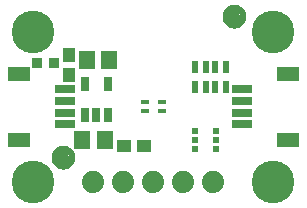
<source format=gbr>
G04 EAGLE Gerber RS-274X export*
G75*
%MOMM*%
%FSLAX34Y34*%
%LPD*%
%INSoldermask Top*%
%IPPOS*%
%AMOC8*
5,1,8,0,0,1.08239X$1,22.5*%
G01*
%ADD10R,1.341600X1.601600*%
%ADD11R,0.651600X1.301600*%
%ADD12R,1.176600X1.101600*%
%ADD13R,0.551600X1.001600*%
%ADD14R,0.601600X0.601600*%
%ADD15R,0.601600X0.501600*%
%ADD16C,3.617600*%
%ADD17R,1.651600X0.701600*%
%ADD18R,1.901600X1.301600*%
%ADD19C,1.101600*%
%ADD20C,0.469900*%
%ADD21R,0.901600X0.901600*%
%ADD22R,1.101600X1.176600*%
%ADD23R,0.651600X0.451600*%
%ADD24C,1.879600*%


D10*
X66700Y60960D03*
X85700Y60960D03*
D11*
X69240Y82249D03*
X78740Y82249D03*
X88240Y82249D03*
X88240Y108251D03*
X69240Y108251D03*
D10*
X70510Y128270D03*
X89510Y128270D03*
D12*
X101990Y55880D03*
X118990Y55880D03*
D13*
X188260Y105800D03*
X188260Y122800D03*
X179260Y105800D03*
X171260Y105800D03*
X162260Y105800D03*
X162260Y122800D03*
X179260Y122800D03*
X171260Y122800D03*
D14*
X179815Y53460D03*
D15*
X179815Y60960D03*
D14*
X179815Y68460D03*
X161815Y68460D03*
D15*
X161815Y60960D03*
D14*
X161815Y53460D03*
D16*
X25400Y152400D03*
X228600Y152400D03*
D17*
X202190Y83900D03*
X202190Y93900D03*
X202190Y73900D03*
X202190Y103900D03*
D18*
X241190Y60900D03*
X241190Y116900D03*
D17*
X51810Y93900D03*
X51810Y83900D03*
X51810Y103900D03*
X51810Y73900D03*
D18*
X12810Y116900D03*
X12810Y60900D03*
D19*
X50800Y45720D03*
D20*
X50800Y53220D02*
X50619Y53218D01*
X50438Y53211D01*
X50257Y53200D01*
X50076Y53185D01*
X49896Y53165D01*
X49716Y53141D01*
X49537Y53113D01*
X49359Y53080D01*
X49182Y53043D01*
X49005Y53002D01*
X48830Y52957D01*
X48655Y52907D01*
X48482Y52853D01*
X48311Y52795D01*
X48140Y52733D01*
X47972Y52666D01*
X47805Y52596D01*
X47639Y52522D01*
X47476Y52443D01*
X47315Y52361D01*
X47155Y52275D01*
X46998Y52185D01*
X46843Y52091D01*
X46690Y51994D01*
X46540Y51892D01*
X46392Y51788D01*
X46246Y51679D01*
X46104Y51568D01*
X45964Y51452D01*
X45827Y51334D01*
X45692Y51212D01*
X45561Y51087D01*
X45433Y50959D01*
X45308Y50828D01*
X45186Y50693D01*
X45068Y50556D01*
X44952Y50416D01*
X44841Y50274D01*
X44732Y50128D01*
X44628Y49980D01*
X44526Y49830D01*
X44429Y49677D01*
X44335Y49522D01*
X44245Y49365D01*
X44159Y49205D01*
X44077Y49044D01*
X43998Y48881D01*
X43924Y48715D01*
X43854Y48548D01*
X43787Y48380D01*
X43725Y48209D01*
X43667Y48038D01*
X43613Y47865D01*
X43563Y47690D01*
X43518Y47515D01*
X43477Y47338D01*
X43440Y47161D01*
X43407Y46983D01*
X43379Y46804D01*
X43355Y46624D01*
X43335Y46444D01*
X43320Y46263D01*
X43309Y46082D01*
X43302Y45901D01*
X43300Y45720D01*
X50800Y53220D02*
X50981Y53218D01*
X51162Y53211D01*
X51343Y53200D01*
X51524Y53185D01*
X51704Y53165D01*
X51884Y53141D01*
X52063Y53113D01*
X52241Y53080D01*
X52418Y53043D01*
X52595Y53002D01*
X52770Y52957D01*
X52945Y52907D01*
X53118Y52853D01*
X53289Y52795D01*
X53460Y52733D01*
X53628Y52666D01*
X53795Y52596D01*
X53961Y52522D01*
X54124Y52443D01*
X54285Y52361D01*
X54445Y52275D01*
X54602Y52185D01*
X54757Y52091D01*
X54910Y51994D01*
X55060Y51892D01*
X55208Y51788D01*
X55354Y51679D01*
X55496Y51568D01*
X55636Y51452D01*
X55773Y51334D01*
X55908Y51212D01*
X56039Y51087D01*
X56167Y50959D01*
X56292Y50828D01*
X56414Y50693D01*
X56532Y50556D01*
X56648Y50416D01*
X56759Y50274D01*
X56868Y50128D01*
X56972Y49980D01*
X57074Y49830D01*
X57171Y49677D01*
X57265Y49522D01*
X57355Y49365D01*
X57441Y49205D01*
X57523Y49044D01*
X57602Y48881D01*
X57676Y48715D01*
X57746Y48548D01*
X57813Y48380D01*
X57875Y48209D01*
X57933Y48038D01*
X57987Y47865D01*
X58037Y47690D01*
X58082Y47515D01*
X58123Y47338D01*
X58160Y47161D01*
X58193Y46983D01*
X58221Y46804D01*
X58245Y46624D01*
X58265Y46444D01*
X58280Y46263D01*
X58291Y46082D01*
X58298Y45901D01*
X58300Y45720D01*
X58298Y45539D01*
X58291Y45358D01*
X58280Y45177D01*
X58265Y44996D01*
X58245Y44816D01*
X58221Y44636D01*
X58193Y44457D01*
X58160Y44279D01*
X58123Y44102D01*
X58082Y43925D01*
X58037Y43750D01*
X57987Y43575D01*
X57933Y43402D01*
X57875Y43231D01*
X57813Y43060D01*
X57746Y42892D01*
X57676Y42725D01*
X57602Y42559D01*
X57523Y42396D01*
X57441Y42235D01*
X57355Y42075D01*
X57265Y41918D01*
X57171Y41763D01*
X57074Y41610D01*
X56972Y41460D01*
X56868Y41312D01*
X56759Y41166D01*
X56648Y41024D01*
X56532Y40884D01*
X56414Y40747D01*
X56292Y40612D01*
X56167Y40481D01*
X56039Y40353D01*
X55908Y40228D01*
X55773Y40106D01*
X55636Y39988D01*
X55496Y39872D01*
X55354Y39761D01*
X55208Y39652D01*
X55060Y39548D01*
X54910Y39446D01*
X54757Y39349D01*
X54602Y39255D01*
X54445Y39165D01*
X54285Y39079D01*
X54124Y38997D01*
X53961Y38918D01*
X53795Y38844D01*
X53628Y38774D01*
X53460Y38707D01*
X53289Y38645D01*
X53118Y38587D01*
X52945Y38533D01*
X52770Y38483D01*
X52595Y38438D01*
X52418Y38397D01*
X52241Y38360D01*
X52063Y38327D01*
X51884Y38299D01*
X51704Y38275D01*
X51524Y38255D01*
X51343Y38240D01*
X51162Y38229D01*
X50981Y38222D01*
X50800Y38220D01*
X50619Y38222D01*
X50438Y38229D01*
X50257Y38240D01*
X50076Y38255D01*
X49896Y38275D01*
X49716Y38299D01*
X49537Y38327D01*
X49359Y38360D01*
X49182Y38397D01*
X49005Y38438D01*
X48830Y38483D01*
X48655Y38533D01*
X48482Y38587D01*
X48311Y38645D01*
X48140Y38707D01*
X47972Y38774D01*
X47805Y38844D01*
X47639Y38918D01*
X47476Y38997D01*
X47315Y39079D01*
X47155Y39165D01*
X46998Y39255D01*
X46843Y39349D01*
X46690Y39446D01*
X46540Y39548D01*
X46392Y39652D01*
X46246Y39761D01*
X46104Y39872D01*
X45964Y39988D01*
X45827Y40106D01*
X45692Y40228D01*
X45561Y40353D01*
X45433Y40481D01*
X45308Y40612D01*
X45186Y40747D01*
X45068Y40884D01*
X44952Y41024D01*
X44841Y41166D01*
X44732Y41312D01*
X44628Y41460D01*
X44526Y41610D01*
X44429Y41763D01*
X44335Y41918D01*
X44245Y42075D01*
X44159Y42235D01*
X44077Y42396D01*
X43998Y42559D01*
X43924Y42725D01*
X43854Y42892D01*
X43787Y43060D01*
X43725Y43231D01*
X43667Y43402D01*
X43613Y43575D01*
X43563Y43750D01*
X43518Y43925D01*
X43477Y44102D01*
X43440Y44279D01*
X43407Y44457D01*
X43379Y44636D01*
X43355Y44816D01*
X43335Y44996D01*
X43320Y45177D01*
X43309Y45358D01*
X43302Y45539D01*
X43300Y45720D01*
D19*
X195580Y165100D03*
D20*
X195580Y172600D02*
X195399Y172598D01*
X195218Y172591D01*
X195037Y172580D01*
X194856Y172565D01*
X194676Y172545D01*
X194496Y172521D01*
X194317Y172493D01*
X194139Y172460D01*
X193962Y172423D01*
X193785Y172382D01*
X193610Y172337D01*
X193435Y172287D01*
X193262Y172233D01*
X193091Y172175D01*
X192920Y172113D01*
X192752Y172046D01*
X192585Y171976D01*
X192419Y171902D01*
X192256Y171823D01*
X192095Y171741D01*
X191935Y171655D01*
X191778Y171565D01*
X191623Y171471D01*
X191470Y171374D01*
X191320Y171272D01*
X191172Y171168D01*
X191026Y171059D01*
X190884Y170948D01*
X190744Y170832D01*
X190607Y170714D01*
X190472Y170592D01*
X190341Y170467D01*
X190213Y170339D01*
X190088Y170208D01*
X189966Y170073D01*
X189848Y169936D01*
X189732Y169796D01*
X189621Y169654D01*
X189512Y169508D01*
X189408Y169360D01*
X189306Y169210D01*
X189209Y169057D01*
X189115Y168902D01*
X189025Y168745D01*
X188939Y168585D01*
X188857Y168424D01*
X188778Y168261D01*
X188704Y168095D01*
X188634Y167928D01*
X188567Y167760D01*
X188505Y167589D01*
X188447Y167418D01*
X188393Y167245D01*
X188343Y167070D01*
X188298Y166895D01*
X188257Y166718D01*
X188220Y166541D01*
X188187Y166363D01*
X188159Y166184D01*
X188135Y166004D01*
X188115Y165824D01*
X188100Y165643D01*
X188089Y165462D01*
X188082Y165281D01*
X188080Y165100D01*
X195580Y172600D02*
X195761Y172598D01*
X195942Y172591D01*
X196123Y172580D01*
X196304Y172565D01*
X196484Y172545D01*
X196664Y172521D01*
X196843Y172493D01*
X197021Y172460D01*
X197198Y172423D01*
X197375Y172382D01*
X197550Y172337D01*
X197725Y172287D01*
X197898Y172233D01*
X198069Y172175D01*
X198240Y172113D01*
X198408Y172046D01*
X198575Y171976D01*
X198741Y171902D01*
X198904Y171823D01*
X199065Y171741D01*
X199225Y171655D01*
X199382Y171565D01*
X199537Y171471D01*
X199690Y171374D01*
X199840Y171272D01*
X199988Y171168D01*
X200134Y171059D01*
X200276Y170948D01*
X200416Y170832D01*
X200553Y170714D01*
X200688Y170592D01*
X200819Y170467D01*
X200947Y170339D01*
X201072Y170208D01*
X201194Y170073D01*
X201312Y169936D01*
X201428Y169796D01*
X201539Y169654D01*
X201648Y169508D01*
X201752Y169360D01*
X201854Y169210D01*
X201951Y169057D01*
X202045Y168902D01*
X202135Y168745D01*
X202221Y168585D01*
X202303Y168424D01*
X202382Y168261D01*
X202456Y168095D01*
X202526Y167928D01*
X202593Y167760D01*
X202655Y167589D01*
X202713Y167418D01*
X202767Y167245D01*
X202817Y167070D01*
X202862Y166895D01*
X202903Y166718D01*
X202940Y166541D01*
X202973Y166363D01*
X203001Y166184D01*
X203025Y166004D01*
X203045Y165824D01*
X203060Y165643D01*
X203071Y165462D01*
X203078Y165281D01*
X203080Y165100D01*
X203078Y164919D01*
X203071Y164738D01*
X203060Y164557D01*
X203045Y164376D01*
X203025Y164196D01*
X203001Y164016D01*
X202973Y163837D01*
X202940Y163659D01*
X202903Y163482D01*
X202862Y163305D01*
X202817Y163130D01*
X202767Y162955D01*
X202713Y162782D01*
X202655Y162611D01*
X202593Y162440D01*
X202526Y162272D01*
X202456Y162105D01*
X202382Y161939D01*
X202303Y161776D01*
X202221Y161615D01*
X202135Y161455D01*
X202045Y161298D01*
X201951Y161143D01*
X201854Y160990D01*
X201752Y160840D01*
X201648Y160692D01*
X201539Y160546D01*
X201428Y160404D01*
X201312Y160264D01*
X201194Y160127D01*
X201072Y159992D01*
X200947Y159861D01*
X200819Y159733D01*
X200688Y159608D01*
X200553Y159486D01*
X200416Y159368D01*
X200276Y159252D01*
X200134Y159141D01*
X199988Y159032D01*
X199840Y158928D01*
X199690Y158826D01*
X199537Y158729D01*
X199382Y158635D01*
X199225Y158545D01*
X199065Y158459D01*
X198904Y158377D01*
X198741Y158298D01*
X198575Y158224D01*
X198408Y158154D01*
X198240Y158087D01*
X198069Y158025D01*
X197898Y157967D01*
X197725Y157913D01*
X197550Y157863D01*
X197375Y157818D01*
X197198Y157777D01*
X197021Y157740D01*
X196843Y157707D01*
X196664Y157679D01*
X196484Y157655D01*
X196304Y157635D01*
X196123Y157620D01*
X195942Y157609D01*
X195761Y157602D01*
X195580Y157600D01*
X195399Y157602D01*
X195218Y157609D01*
X195037Y157620D01*
X194856Y157635D01*
X194676Y157655D01*
X194496Y157679D01*
X194317Y157707D01*
X194139Y157740D01*
X193962Y157777D01*
X193785Y157818D01*
X193610Y157863D01*
X193435Y157913D01*
X193262Y157967D01*
X193091Y158025D01*
X192920Y158087D01*
X192752Y158154D01*
X192585Y158224D01*
X192419Y158298D01*
X192256Y158377D01*
X192095Y158459D01*
X191935Y158545D01*
X191778Y158635D01*
X191623Y158729D01*
X191470Y158826D01*
X191320Y158928D01*
X191172Y159032D01*
X191026Y159141D01*
X190884Y159252D01*
X190744Y159368D01*
X190607Y159486D01*
X190472Y159608D01*
X190341Y159733D01*
X190213Y159861D01*
X190088Y159992D01*
X189966Y160127D01*
X189848Y160264D01*
X189732Y160404D01*
X189621Y160546D01*
X189512Y160692D01*
X189408Y160840D01*
X189306Y160990D01*
X189209Y161143D01*
X189115Y161298D01*
X189025Y161455D01*
X188939Y161615D01*
X188857Y161776D01*
X188778Y161939D01*
X188704Y162105D01*
X188634Y162272D01*
X188567Y162440D01*
X188505Y162611D01*
X188447Y162782D01*
X188393Y162955D01*
X188343Y163130D01*
X188298Y163305D01*
X188257Y163482D01*
X188220Y163659D01*
X188187Y163837D01*
X188159Y164016D01*
X188135Y164196D01*
X188115Y164376D01*
X188100Y164557D01*
X188089Y164738D01*
X188082Y164919D01*
X188080Y165100D01*
D16*
X25400Y25400D03*
X228600Y25400D03*
D21*
X28060Y125730D03*
X43060Y125730D03*
D22*
X55880Y132960D03*
X55880Y115960D03*
D23*
X134000Y84900D03*
X134000Y92900D03*
X120000Y92900D03*
X120000Y84900D03*
D24*
X76200Y25400D03*
X101600Y25400D03*
X127000Y25400D03*
X152400Y25400D03*
X177800Y25400D03*
M02*

</source>
